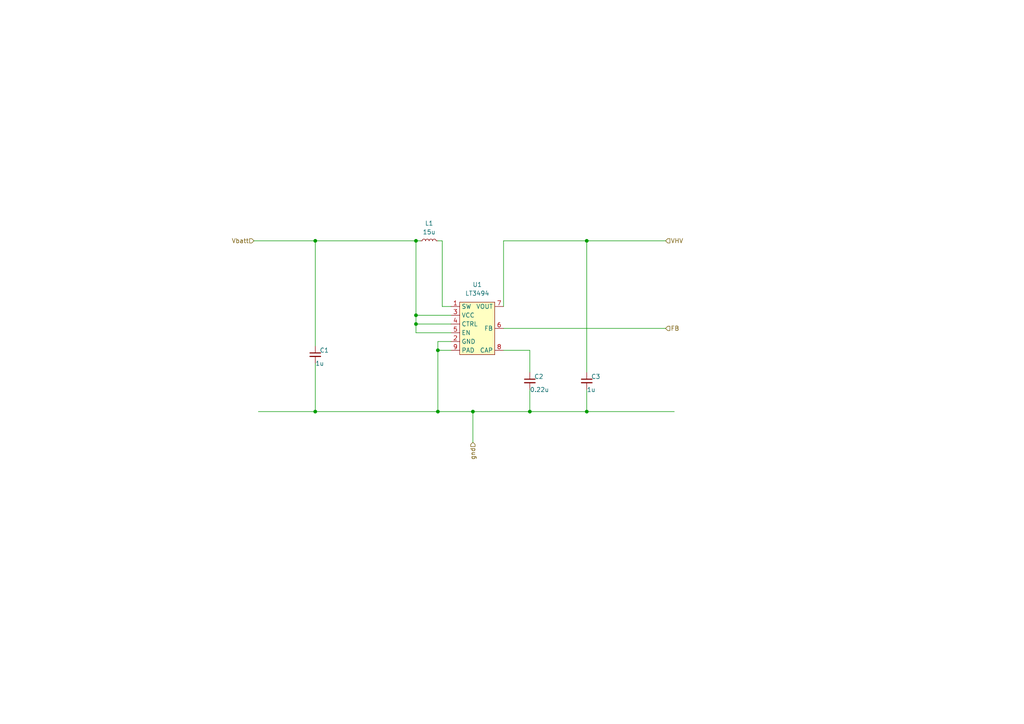
<source format=kicad_sch>
(kicad_sch
	(version 20231120)
	(generator "eeschema")
	(generator_version "8.0")
	(uuid "b0c45f77-37f3-41f8-a308-727803b30bd5")
	(paper "A4")
	(lib_symbols
		(symbol "0_kicad_custom_symbols:LT3494"
			(exclude_from_sim no)
			(in_bom yes)
			(on_board yes)
			(property "Reference" "U"
				(at 0 8.89 0)
				(effects
					(font
						(size 1.27 1.27)
					)
				)
			)
			(property "Value" "LT3494"
				(at 0 11.43 0)
				(effects
					(font
						(size 1.27 1.27)
					)
				)
			)
			(property "Footprint" ""
				(at -5.08 6.35 0)
				(effects
					(font
						(size 1.27 1.27)
					)
					(hide yes)
				)
			)
			(property "Datasheet" ""
				(at -5.08 6.35 0)
				(effects
					(font
						(size 1.27 1.27)
					)
					(hide yes)
				)
			)
			(property "Description" ""
				(at 0 0 0)
				(effects
					(font
						(size 1.27 1.27)
					)
					(hide yes)
				)
			)
			(property "ki_fp_filters" "*DFN*"
				(at 0 0 0)
				(effects
					(font
						(size 1.27 1.27)
					)
					(hide yes)
				)
			)
			(symbol "LT3494_0_0"
				(pin unspecified line
					(at -7.62 6.35 0)
					(length 2.54)
					(name "SW"
						(effects
							(font
								(size 1.27 1.27)
							)
						)
					)
					(number "1"
						(effects
							(font
								(size 1.27 1.27)
							)
						)
					)
				)
				(pin unspecified line
					(at -7.62 -3.81 0)
					(length 2.54)
					(name "GND"
						(effects
							(font
								(size 1.27 1.27)
							)
						)
					)
					(number "2"
						(effects
							(font
								(size 1.27 1.27)
							)
						)
					)
				)
				(pin unspecified line
					(at -7.62 3.81 0)
					(length 2.54)
					(name "VCC"
						(effects
							(font
								(size 1.27 1.27)
							)
						)
					)
					(number "3"
						(effects
							(font
								(size 1.27 1.27)
							)
						)
					)
				)
				(pin unspecified line
					(at -7.62 1.27 0)
					(length 2.54)
					(name "CTRL"
						(effects
							(font
								(size 1.27 1.27)
							)
						)
					)
					(number "4"
						(effects
							(font
								(size 1.27 1.27)
							)
						)
					)
				)
				(pin unspecified line
					(at -7.62 -1.27 0)
					(length 2.54)
					(name "EN"
						(effects
							(font
								(size 1.27 1.27)
							)
						)
					)
					(number "5"
						(effects
							(font
								(size 1.27 1.27)
							)
						)
					)
				)
				(pin unspecified line
					(at 7.62 0 180)
					(length 2.54)
					(name "FB"
						(effects
							(font
								(size 1.27 1.27)
							)
						)
					)
					(number "6"
						(effects
							(font
								(size 1.27 1.27)
							)
						)
					)
				)
				(pin unspecified line
					(at 7.62 6.35 180)
					(length 2.54)
					(name "VOUT"
						(effects
							(font
								(size 1.27 1.27)
							)
						)
					)
					(number "7"
						(effects
							(font
								(size 1.27 1.27)
							)
						)
					)
				)
				(pin unspecified line
					(at 7.62 -6.35 180)
					(length 2.54)
					(name "CAP"
						(effects
							(font
								(size 1.27 1.27)
							)
						)
					)
					(number "8"
						(effects
							(font
								(size 1.27 1.27)
							)
						)
					)
				)
				(pin unspecified line
					(at -7.62 -6.35 0)
					(length 2.54)
					(name "PAD"
						(effects
							(font
								(size 1.27 1.27)
							)
						)
					)
					(number "9"
						(effects
							(font
								(size 1.27 1.27)
							)
						)
					)
				)
			)
			(symbol "LT3494_0_1"
				(rectangle
					(start -5.08 -7.62)
					(end 5.08 7.62)
					(stroke
						(width 0)
						(type default)
					)
					(fill
						(type background)
					)
				)
			)
		)
		(symbol "Device:C_Small"
			(pin_numbers hide)
			(pin_names
				(offset 0.254) hide)
			(exclude_from_sim no)
			(in_bom yes)
			(on_board yes)
			(property "Reference" "C"
				(at 0.254 1.778 0)
				(effects
					(font
						(size 1.27 1.27)
					)
					(justify left)
				)
			)
			(property "Value" "C_Small"
				(at 0.254 -2.032 0)
				(effects
					(font
						(size 1.27 1.27)
					)
					(justify left)
				)
			)
			(property "Footprint" ""
				(at 0 0 0)
				(effects
					(font
						(size 1.27 1.27)
					)
					(hide yes)
				)
			)
			(property "Datasheet" "~"
				(at 0 0 0)
				(effects
					(font
						(size 1.27 1.27)
					)
					(hide yes)
				)
			)
			(property "Description" "Unpolarized capacitor, small symbol"
				(at 0 0 0)
				(effects
					(font
						(size 1.27 1.27)
					)
					(hide yes)
				)
			)
			(property "ki_keywords" "capacitor cap"
				(at 0 0 0)
				(effects
					(font
						(size 1.27 1.27)
					)
					(hide yes)
				)
			)
			(property "ki_fp_filters" "C_*"
				(at 0 0 0)
				(effects
					(font
						(size 1.27 1.27)
					)
					(hide yes)
				)
			)
			(symbol "C_Small_0_1"
				(polyline
					(pts
						(xy -1.524 -0.508) (xy 1.524 -0.508)
					)
					(stroke
						(width 0.3302)
						(type default)
					)
					(fill
						(type none)
					)
				)
				(polyline
					(pts
						(xy -1.524 0.508) (xy 1.524 0.508)
					)
					(stroke
						(width 0.3048)
						(type default)
					)
					(fill
						(type none)
					)
				)
			)
			(symbol "C_Small_1_1"
				(pin passive line
					(at 0 2.54 270)
					(length 2.032)
					(name "~"
						(effects
							(font
								(size 1.27 1.27)
							)
						)
					)
					(number "1"
						(effects
							(font
								(size 1.27 1.27)
							)
						)
					)
				)
				(pin passive line
					(at 0 -2.54 90)
					(length 2.032)
					(name "~"
						(effects
							(font
								(size 1.27 1.27)
							)
						)
					)
					(number "2"
						(effects
							(font
								(size 1.27 1.27)
							)
						)
					)
				)
			)
		)
		(symbol "Device:L_Small"
			(pin_numbers hide)
			(pin_names
				(offset 0.254) hide)
			(exclude_from_sim no)
			(in_bom yes)
			(on_board yes)
			(property "Reference" "L"
				(at 0.762 1.016 0)
				(effects
					(font
						(size 1.27 1.27)
					)
					(justify left)
				)
			)
			(property "Value" "L_Small"
				(at 0.762 -1.016 0)
				(effects
					(font
						(size 1.27 1.27)
					)
					(justify left)
				)
			)
			(property "Footprint" ""
				(at 0 0 0)
				(effects
					(font
						(size 1.27 1.27)
					)
					(hide yes)
				)
			)
			(property "Datasheet" "~"
				(at 0 0 0)
				(effects
					(font
						(size 1.27 1.27)
					)
					(hide yes)
				)
			)
			(property "Description" "Inductor, small symbol"
				(at 0 0 0)
				(effects
					(font
						(size 1.27 1.27)
					)
					(hide yes)
				)
			)
			(property "ki_keywords" "inductor choke coil reactor magnetic"
				(at 0 0 0)
				(effects
					(font
						(size 1.27 1.27)
					)
					(hide yes)
				)
			)
			(property "ki_fp_filters" "Choke_* *Coil* Inductor_* L_*"
				(at 0 0 0)
				(effects
					(font
						(size 1.27 1.27)
					)
					(hide yes)
				)
			)
			(symbol "L_Small_0_1"
				(arc
					(start 0 -2.032)
					(mid 0.5058 -1.524)
					(end 0 -1.016)
					(stroke
						(width 0)
						(type default)
					)
					(fill
						(type none)
					)
				)
				(arc
					(start 0 -1.016)
					(mid 0.5058 -0.508)
					(end 0 0)
					(stroke
						(width 0)
						(type default)
					)
					(fill
						(type none)
					)
				)
				(arc
					(start 0 0)
					(mid 0.5058 0.508)
					(end 0 1.016)
					(stroke
						(width 0)
						(type default)
					)
					(fill
						(type none)
					)
				)
				(arc
					(start 0 1.016)
					(mid 0.5058 1.524)
					(end 0 2.032)
					(stroke
						(width 0)
						(type default)
					)
					(fill
						(type none)
					)
				)
			)
			(symbol "L_Small_1_1"
				(pin passive line
					(at 0 2.54 270)
					(length 0.508)
					(name "~"
						(effects
							(font
								(size 1.27 1.27)
							)
						)
					)
					(number "1"
						(effects
							(font
								(size 1.27 1.27)
							)
						)
					)
				)
				(pin passive line
					(at 0 -2.54 90)
					(length 0.508)
					(name "~"
						(effects
							(font
								(size 1.27 1.27)
							)
						)
					)
					(number "2"
						(effects
							(font
								(size 1.27 1.27)
							)
						)
					)
				)
			)
		)
	)
	(junction
		(at 137.16 119.38)
		(diameter 0)
		(color 0 0 0 0)
		(uuid "06834fca-71b2-4ac3-95b3-cb0563d85f78")
	)
	(junction
		(at 91.44 69.85)
		(diameter 0)
		(color 0 0 0 0)
		(uuid "400222f8-19ce-4666-ae3e-4003b0dcdf94")
	)
	(junction
		(at 120.65 93.98)
		(diameter 0)
		(color 0 0 0 0)
		(uuid "4abd6542-9647-4785-a2e8-0adec1bbedc9")
	)
	(junction
		(at 120.65 91.44)
		(diameter 0)
		(color 0 0 0 0)
		(uuid "4c4a6139-78de-42dc-9cc8-ec5face38d81")
	)
	(junction
		(at 120.65 69.85)
		(diameter 0)
		(color 0 0 0 0)
		(uuid "5b96a778-bc42-4924-bae7-447ce1d5e88a")
	)
	(junction
		(at 170.18 119.38)
		(diameter 0)
		(color 0 0 0 0)
		(uuid "62d78ce3-70af-465b-96ea-c9c3bb91f9a9")
	)
	(junction
		(at 127 119.38)
		(diameter 0)
		(color 0 0 0 0)
		(uuid "7cf57b09-137a-4686-9541-1817cda53389")
	)
	(junction
		(at 170.18 69.85)
		(diameter 0)
		(color 0 0 0 0)
		(uuid "87682781-375b-4581-9a6e-00c662106ff5")
	)
	(junction
		(at 91.44 119.38)
		(diameter 0)
		(color 0 0 0 0)
		(uuid "977c81f1-8f37-4180-b727-b6da867d7d62")
	)
	(junction
		(at 127 101.6)
		(diameter 0)
		(color 0 0 0 0)
		(uuid "9ade6f9e-4cbd-4fea-bd7e-489219e46d5c")
	)
	(junction
		(at 153.67 119.38)
		(diameter 0)
		(color 0 0 0 0)
		(uuid "aca0995b-b19b-4b52-85da-869de3ff5d5d")
	)
	(wire
		(pts
			(xy 130.81 91.44) (xy 120.65 91.44)
		)
		(stroke
			(width 0)
			(type default)
		)
		(uuid "01e99b51-fc1b-4d49-a034-74d0dbb7e6b6")
	)
	(wire
		(pts
			(xy 153.67 107.95) (xy 153.67 101.6)
		)
		(stroke
			(width 0)
			(type default)
		)
		(uuid "077fbe42-328a-4744-8929-dc3a41f8e83f")
	)
	(wire
		(pts
			(xy 153.67 119.38) (xy 170.18 119.38)
		)
		(stroke
			(width 0)
			(type default)
		)
		(uuid "0bcb3420-04ac-4181-b6e4-b8780b3dbb37")
	)
	(wire
		(pts
			(xy 170.18 69.85) (xy 170.18 107.95)
		)
		(stroke
			(width 0)
			(type default)
		)
		(uuid "20257aac-da99-490d-86fe-e63b41651d89")
	)
	(wire
		(pts
			(xy 170.18 113.03) (xy 170.18 119.38)
		)
		(stroke
			(width 0)
			(type default)
		)
		(uuid "212ecdee-8ae4-4567-b643-58419c059cb1")
	)
	(wire
		(pts
			(xy 127 119.38) (xy 137.16 119.38)
		)
		(stroke
			(width 0)
			(type default)
		)
		(uuid "27d490a9-478b-496e-b999-fc19e64b3bb7")
	)
	(wire
		(pts
			(xy 73.66 69.85) (xy 91.44 69.85)
		)
		(stroke
			(width 0)
			(type default)
		)
		(uuid "42e27ade-eeba-4263-a787-39f108a3f5bf")
	)
	(wire
		(pts
			(xy 91.44 69.85) (xy 120.65 69.85)
		)
		(stroke
			(width 0)
			(type default)
		)
		(uuid "4f7ed9e1-04a3-4aab-977f-25d4e12de7b0")
	)
	(wire
		(pts
			(xy 153.67 101.6) (xy 146.05 101.6)
		)
		(stroke
			(width 0)
			(type default)
		)
		(uuid "55a4c890-47b2-4cf5-976a-19b9110b9c27")
	)
	(wire
		(pts
			(xy 153.67 113.03) (xy 153.67 119.38)
		)
		(stroke
			(width 0)
			(type default)
		)
		(uuid "56040ced-35ef-4cb0-b4bd-61ada12f247e")
	)
	(wire
		(pts
			(xy 146.05 88.9) (xy 146.05 69.85)
		)
		(stroke
			(width 0)
			(type default)
		)
		(uuid "5a67eaec-945c-44a7-9d4b-c12a51fcd80e")
	)
	(wire
		(pts
			(xy 130.81 96.52) (xy 120.65 96.52)
		)
		(stroke
			(width 0)
			(type default)
		)
		(uuid "5d44afda-6fab-46dd-a511-aa6191b38a3b")
	)
	(wire
		(pts
			(xy 130.81 101.6) (xy 127 101.6)
		)
		(stroke
			(width 0)
			(type default)
		)
		(uuid "5edbebb6-1e8f-45cf-809a-e8f7aa1a5d9d")
	)
	(wire
		(pts
			(xy 91.44 119.38) (xy 127 119.38)
		)
		(stroke
			(width 0)
			(type default)
		)
		(uuid "70365925-0db7-4fc2-b40f-4ecb1f5e3cac")
	)
	(wire
		(pts
			(xy 120.65 69.85) (xy 121.92 69.85)
		)
		(stroke
			(width 0)
			(type default)
		)
		(uuid "761804da-a9e7-4a3d-8664-425d9de3241b")
	)
	(wire
		(pts
			(xy 127 99.06) (xy 127 101.6)
		)
		(stroke
			(width 0)
			(type default)
		)
		(uuid "8206b695-6569-4841-9f88-8f15f90bbb4b")
	)
	(wire
		(pts
			(xy 146.05 95.25) (xy 193.04 95.25)
		)
		(stroke
			(width 0)
			(type default)
		)
		(uuid "8605bf1b-6fca-4f1e-95c0-6d3bd4c672d0")
	)
	(wire
		(pts
			(xy 146.05 69.85) (xy 170.18 69.85)
		)
		(stroke
			(width 0)
			(type default)
		)
		(uuid "8a832307-2622-4f25-a765-6f919cdc5bb0")
	)
	(wire
		(pts
			(xy 137.16 119.38) (xy 153.67 119.38)
		)
		(stroke
			(width 0)
			(type default)
		)
		(uuid "8d4f4814-b60a-48e1-b41d-beeb347cf229")
	)
	(wire
		(pts
			(xy 137.16 119.38) (xy 137.16 128.27)
		)
		(stroke
			(width 0)
			(type default)
		)
		(uuid "90e410ad-8466-4f6d-aba5-640aff7389dc")
	)
	(wire
		(pts
			(xy 130.81 99.06) (xy 127 99.06)
		)
		(stroke
			(width 0)
			(type default)
		)
		(uuid "97a0d7d5-c285-4655-b32d-d3aab380efbb")
	)
	(wire
		(pts
			(xy 120.65 93.98) (xy 120.65 91.44)
		)
		(stroke
			(width 0)
			(type default)
		)
		(uuid "98c33feb-e82a-4e60-947a-569e983f6d9c")
	)
	(wire
		(pts
			(xy 91.44 105.41) (xy 91.44 119.38)
		)
		(stroke
			(width 0)
			(type default)
		)
		(uuid "9df03eea-fb3e-4db0-992b-426621fbce7e")
	)
	(wire
		(pts
			(xy 91.44 69.85) (xy 91.44 100.33)
		)
		(stroke
			(width 0)
			(type default)
		)
		(uuid "a3013fd2-420d-40b1-a8db-0a2b83839ab6")
	)
	(wire
		(pts
			(xy 120.65 96.52) (xy 120.65 93.98)
		)
		(stroke
			(width 0)
			(type default)
		)
		(uuid "a989c6e2-30a8-4cd8-8f5d-a4e54431ba8e")
	)
	(wire
		(pts
			(xy 120.65 91.44) (xy 120.65 69.85)
		)
		(stroke
			(width 0)
			(type default)
		)
		(uuid "aa80523b-9cc9-49d1-acc6-df32ab8c8f53")
	)
	(wire
		(pts
			(xy 127 69.85) (xy 128.27 69.85)
		)
		(stroke
			(width 0)
			(type default)
		)
		(uuid "b8e43139-92ef-46ee-b373-5160515a3233")
	)
	(wire
		(pts
			(xy 128.27 69.85) (xy 128.27 88.9)
		)
		(stroke
			(width 0)
			(type default)
		)
		(uuid "b9bfeb1a-7627-413e-b187-ef4e28bb8a8c")
	)
	(wire
		(pts
			(xy 120.65 93.98) (xy 130.81 93.98)
		)
		(stroke
			(width 0)
			(type default)
		)
		(uuid "c27daf78-61bf-493b-9ce4-ab89a96374f6")
	)
	(wire
		(pts
			(xy 74.93 119.38) (xy 91.44 119.38)
		)
		(stroke
			(width 0)
			(type default)
		)
		(uuid "c41eb38f-5020-436b-a7e8-2800b1b42cb3")
	)
	(wire
		(pts
			(xy 170.18 69.85) (xy 193.04 69.85)
		)
		(stroke
			(width 0)
			(type default)
		)
		(uuid "df24dcb3-550f-4eef-91cb-b8220c5098ae")
	)
	(wire
		(pts
			(xy 127 101.6) (xy 127 119.38)
		)
		(stroke
			(width 0)
			(type default)
		)
		(uuid "e43a60b6-eb85-4c4e-acfd-aaa67ad62bac")
	)
	(wire
		(pts
			(xy 128.27 88.9) (xy 130.81 88.9)
		)
		(stroke
			(width 0)
			(type default)
		)
		(uuid "ec6d3fca-3285-4cfe-a4ac-b69706902b1c")
	)
	(wire
		(pts
			(xy 170.18 119.38) (xy 195.58 119.38)
		)
		(stroke
			(width 0)
			(type default)
		)
		(uuid "ed232167-65af-42c1-875a-a044220735e5")
	)
	(hierarchical_label "gnd"
		(shape input)
		(at 137.16 128.27 270)
		(fields_autoplaced yes)
		(effects
			(font
				(size 1.27 1.27)
			)
			(justify right)
		)
		(uuid "17c369cf-c27d-429e-9fd7-b60e8872935e")
	)
	(hierarchical_label "Vbatt"
		(shape input)
		(at 73.66 69.85 180)
		(fields_autoplaced yes)
		(effects
			(font
				(size 1.27 1.27)
			)
			(justify right)
		)
		(uuid "19f4b8b4-be0c-4288-abe5-c17502fc672f")
	)
	(hierarchical_label "VHV"
		(shape input)
		(at 193.04 69.85 0)
		(fields_autoplaced yes)
		(effects
			(font
				(size 1.27 1.27)
			)
			(justify left)
		)
		(uuid "7b6ce823-e462-46b4-a6fd-c3a914d95298")
	)
	(hierarchical_label "FB"
		(shape input)
		(at 193.04 95.25 0)
		(fields_autoplaced yes)
		(effects
			(font
				(size 1.27 1.27)
			)
			(justify left)
		)
		(uuid "e2970299-564a-49c2-b7c2-b57950a4b865")
	)
	(symbol
		(lib_id "Device:C_Small")
		(at 91.44 102.87 0)
		(unit 1)
		(exclude_from_sim no)
		(in_bom yes)
		(on_board yes)
		(dnp no)
		(uuid "0abea085-735a-43dc-8e2a-504235d03854")
		(property "Reference" "C1"
			(at 92.71 101.6 0)
			(effects
				(font
					(size 1.27 1.27)
				)
				(justify left)
			)
		)
		(property "Value" "1u"
			(at 91.44 105.41 0)
			(effects
				(font
					(size 1.27 1.27)
				)
				(justify left)
			)
		)
		(property "Footprint" "Capacitor_SMD:C_0402_1005Metric"
			(at 91.44 102.87 0)
			(effects
				(font
					(size 1.27 1.27)
				)
				(hide yes)
			)
		)
		(property "Datasheet" "~"
			(at 91.44 102.87 0)
			(effects
				(font
					(size 1.27 1.27)
				)
				(hide yes)
			)
		)
		(property "Description" ""
			(at 91.44 102.87 0)
			(effects
				(font
					(size 1.27 1.27)
				)
				(hide yes)
			)
		)
		(pin "1"
			(uuid "c11a971f-7a56-4228-8ce6-918762206981")
		)
		(pin "2"
			(uuid "2ea526ff-825a-49a9-81c1-e1e85ebb0c31")
		)
		(instances
			(project "controller test board"
				(path "/e63e39d7-6ac0-4ffd-8aa3-1841a4541b55/5af7677d-8b5c-4dfa-a482-9a873acac0d3"
					(reference "C1")
					(unit 1)
				)
			)
		)
	)
	(symbol
		(lib_id "0_kicad_custom_symbols:LT3494")
		(at 138.43 95.25 0)
		(unit 1)
		(exclude_from_sim no)
		(in_bom yes)
		(on_board yes)
		(dnp no)
		(fields_autoplaced yes)
		(uuid "23717e30-6fc0-4955-8ffc-563322d3f549")
		(property "Reference" "U1"
			(at 138.43 82.55 0)
			(effects
				(font
					(size 1.27 1.27)
				)
			)
		)
		(property "Value" "LT3494"
			(at 138.43 85.09 0)
			(effects
				(font
					(size 1.27 1.27)
				)
			)
		)
		(property "Footprint" "Package_DFN_QFN:DFN-8-1EP_2x3mm_P0.5mm_EP0.56x2.15mm"
			(at 133.35 88.9 0)
			(effects
				(font
					(size 1.27 1.27)
				)
				(hide yes)
			)
		)
		(property "Datasheet" ""
			(at 133.35 88.9 0)
			(effects
				(font
					(size 1.27 1.27)
				)
				(hide yes)
			)
		)
		(property "Description" ""
			(at 138.43 95.25 0)
			(effects
				(font
					(size 1.27 1.27)
				)
				(hide yes)
			)
		)
		(pin "1"
			(uuid "7fea73b6-0680-4b1e-b806-75dcddeabc3b")
		)
		(pin "2"
			(uuid "8e594478-c6a6-4d13-b6d9-bfbd1dae33c1")
		)
		(pin "3"
			(uuid "84b1efee-43a7-442f-a23a-52bce862abea")
		)
		(pin "4"
			(uuid "069b1ee7-fe3b-4eff-b4bf-7617946656d7")
		)
		(pin "5"
			(uuid "0aa4b2f1-021b-4449-9d54-967c4df5a779")
		)
		(pin "6"
			(uuid "54de3476-0d32-4e40-8783-68eaba7d64d7")
		)
		(pin "7"
			(uuid "4eaaacc7-1cd7-4791-a414-6a069cf85d3b")
		)
		(pin "8"
			(uuid "64e016df-4ce8-4da2-aa77-c4892b93f9ab")
		)
		(pin "9"
			(uuid "8ab01be9-cb55-4ca4-984c-ddf69685e32f")
		)
		(instances
			(project "controller test board"
				(path "/e63e39d7-6ac0-4ffd-8aa3-1841a4541b55/5af7677d-8b5c-4dfa-a482-9a873acac0d3"
					(reference "U1")
					(unit 1)
				)
			)
		)
	)
	(symbol
		(lib_id "Device:L_Small")
		(at 124.46 69.85 90)
		(unit 1)
		(exclude_from_sim no)
		(in_bom yes)
		(on_board yes)
		(dnp no)
		(fields_autoplaced yes)
		(uuid "6bd32606-b84f-483f-980a-07aa3840a919")
		(property "Reference" "L1"
			(at 124.46 64.77 90)
			(effects
				(font
					(size 1.27 1.27)
				)
			)
		)
		(property "Value" "15u"
			(at 124.46 67.31 90)
			(effects
				(font
					(size 1.27 1.27)
				)
			)
		)
		(property "Footprint" "Inductor_SMD:L_0603_1608Metric_Pad1.05x0.95mm_HandSolder"
			(at 124.46 69.85 0)
			(effects
				(font
					(size 1.27 1.27)
				)
				(hide yes)
			)
		)
		(property "Datasheet" "~"
			(at 124.46 69.85 0)
			(effects
				(font
					(size 1.27 1.27)
				)
				(hide yes)
			)
		)
		(property "Description" ""
			(at 124.46 69.85 0)
			(effects
				(font
					(size 1.27 1.27)
				)
				(hide yes)
			)
		)
		(pin "1"
			(uuid "704c2a18-fab9-48e2-819d-4305146399e2")
		)
		(pin "2"
			(uuid "356915b7-0573-4ace-a564-485bf3863bfe")
		)
		(instances
			(project "controller test board"
				(path "/e63e39d7-6ac0-4ffd-8aa3-1841a4541b55/5af7677d-8b5c-4dfa-a482-9a873acac0d3"
					(reference "L1")
					(unit 1)
				)
			)
		)
	)
	(symbol
		(lib_id "Device:C_Small")
		(at 170.18 110.49 0)
		(unit 1)
		(exclude_from_sim no)
		(in_bom yes)
		(on_board yes)
		(dnp no)
		(uuid "ab66e453-693d-43c5-87f8-e507886a8e6a")
		(property "Reference" "C3"
			(at 171.45 109.22 0)
			(effects
				(font
					(size 1.27 1.27)
				)
				(justify left)
			)
		)
		(property "Value" "1u"
			(at 170.18 113.03 0)
			(effects
				(font
					(size 1.27 1.27)
				)
				(justify left)
			)
		)
		(property "Footprint" "Capacitor_SMD:C_0402_1005Metric"
			(at 170.18 110.49 0)
			(effects
				(font
					(size 1.27 1.27)
				)
				(hide yes)
			)
		)
		(property "Datasheet" "~"
			(at 170.18 110.49 0)
			(effects
				(font
					(size 1.27 1.27)
				)
				(hide yes)
			)
		)
		(property "Description" ""
			(at 170.18 110.49 0)
			(effects
				(font
					(size 1.27 1.27)
				)
				(hide yes)
			)
		)
		(pin "1"
			(uuid "0d640d9a-e835-4388-97a2-1099374f0910")
		)
		(pin "2"
			(uuid "17c4dbf2-84f1-49a2-ad2e-94b2cc71dcad")
		)
		(instances
			(project "controller test board"
				(path "/e63e39d7-6ac0-4ffd-8aa3-1841a4541b55/5af7677d-8b5c-4dfa-a482-9a873acac0d3"
					(reference "C3")
					(unit 1)
				)
			)
		)
	)
	(symbol
		(lib_id "Device:C_Small")
		(at 153.67 110.49 0)
		(unit 1)
		(exclude_from_sim no)
		(in_bom yes)
		(on_board yes)
		(dnp no)
		(uuid "e98cdd93-0a73-4073-96c5-2743dd97dd31")
		(property "Reference" "C2"
			(at 154.94 109.22 0)
			(effects
				(font
					(size 1.27 1.27)
				)
				(justify left)
			)
		)
		(property "Value" "0.22u"
			(at 153.67 113.03 0)
			(effects
				(font
					(size 1.27 1.27)
				)
				(justify left)
			)
		)
		(property "Footprint" "Capacitor_SMD:C_0402_1005Metric"
			(at 153.67 110.49 0)
			(effects
				(font
					(size 1.27 1.27)
				)
				(hide yes)
			)
		)
		(property "Datasheet" "~"
			(at 153.67 110.49 0)
			(effects
				(font
					(size 1.27 1.27)
				)
				(hide yes)
			)
		)
		(property "Description" ""
			(at 153.67 110.49 0)
			(effects
				(font
					(size 1.27 1.27)
				)
				(hide yes)
			)
		)
		(pin "1"
			(uuid "f80b116a-7cee-4167-9d3a-88badf1951a8")
		)
		(pin "2"
			(uuid "e0341160-d526-40a2-aa48-cda44563db70")
		)
		(instances
			(project "controller test board"
				(path "/e63e39d7-6ac0-4ffd-8aa3-1841a4541b55/5af7677d-8b5c-4dfa-a482-9a873acac0d3"
					(reference "C2")
					(unit 1)
				)
			)
		)
	)
)

</source>
